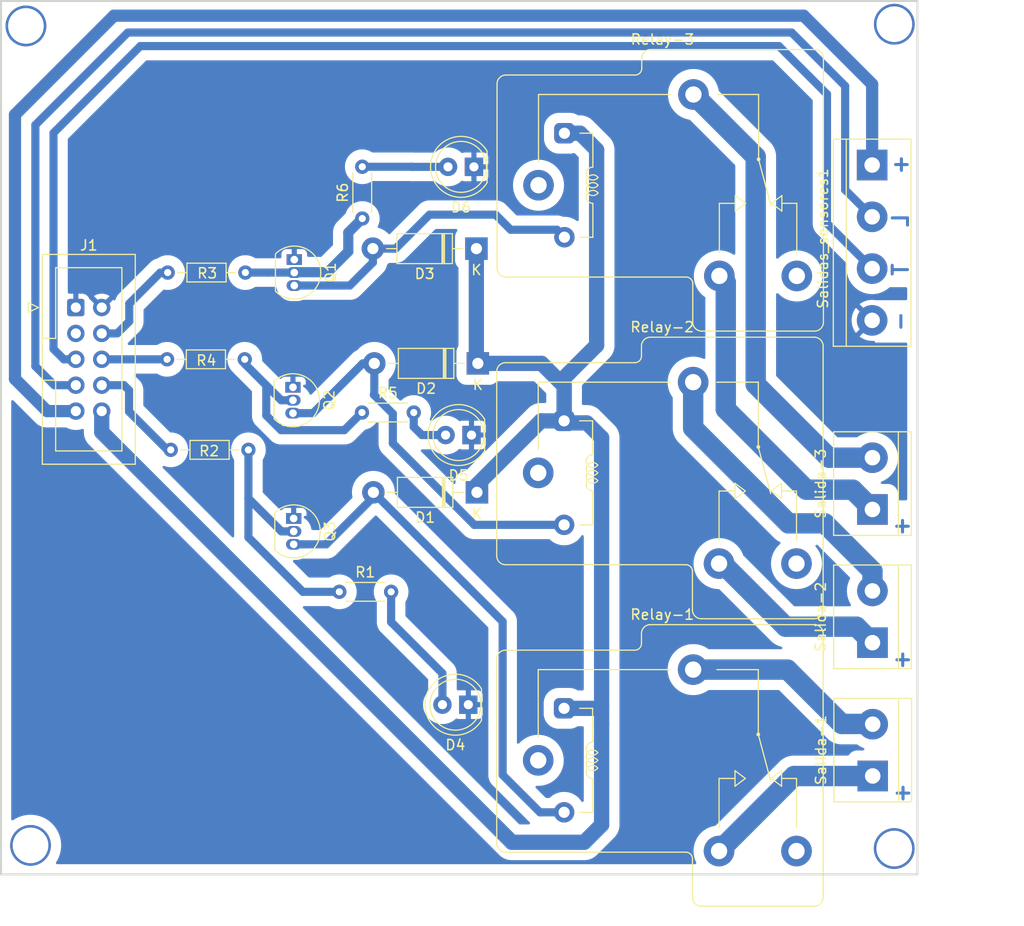
<source format=kicad_pcb>
(kicad_pcb (version 20211014) (generator pcbnew)
  (layers (0 "F.Cu" signal) (31 "B.Cu" signal) (34 "B.Paste" user) (35 "F.Paste" user) (36 "B.SilkS" user "B.Silkscreen") (37 "F.SilkS" user "F.Silkscreen") (38 "B.Mask" user) (39 "F.Mask" user) (44 "Edge.Cuts" user))
  (net 0 "")
  (net 1 "GND")
  (net 2 "Net-(D4-Pad2)")
  (net 3 "+5V")
  (net 4 "Net-(D5-Pad2)")
  (net 5 "+12V")
  (net 6 "Net-(D6-Pad2)")
  (net 8 "Net-(Q1-Pad2)")
  (net 9 "Net-(Q2-Pad2)")
  (net 10 "Net-(Q3-Pad2)")
  (net 11 "Net-(J1-Pad4)")
  (net 12 "Net-(Relay-1-Pad11A)")
  (net 14 "Net-(Relay-2-Pad11A)")
  (net 16 "Net-(Relay-3-Pad11A)")
  (net 18 "Net-(Relay-1-Pad14)")
  (net 19 "Net-(Relay-2-Pad14)")
  (net 20 "Net-(Relay-3-Pad14)")
  (net 21 "Net-(D1-Pad2)")
  (net 22 "Net-(D2-Pad2)")
  (net 23 "Net-(J1-Pad5)")
  (net 24 "Net-(J1-Pad6)")
  (net 25 "Net-(J1-Pad7)")
  (net 26 "Net-(D3-Pad2)")
  (net 27 "Net-(J1-Pad8)")
  (footprint "Resistor_THT:R_Axial_DIN0204_L3.6mm_D1.6mm_P5.08mm_Horizontal" (layer "F.Cu") (at 135.01 109.08)
    (fp_text reference "R1" (at 2.54 -1.92) (layer "F.SilkS"))
    (fp_text value "470")
    (fp_line (start 0.62 0.92) (end 4.46 0.92) (layer "F.SilkS") (width 0.12))
    (fp_line (start 0.62 -0.92) (end 4.46 -0.92) (layer "F.SilkS") (width 0.12))
    (pad "1" thru_hole circle (at 0 0) (size 1.4 1.4) (drill 0.7) (layers *.Cu *.Mask) (net 10 "Net-(Q3-Pad2)"))
    (pad "2" thru_hole oval (at 5.08 0) (size 1.4 1.4) (drill 0.7) (layers *.Cu *.Mask) (net 2 "Net-(D4-Pad2)"))
  )
  (footprint "LED_THT:LED_D5.0mm" (layer "F.Cu") (at 147.665 120.15 180)
    (fp_text reference "D4" (at 1.27 -3.96) (layer "F.SilkS"))
    (fp_text value "LED")
    (fp_line (start -1.29 -1.545) (end -1.29 1.545) (layer "F.SilkS") (width 0.12))
    (fp_arc (start 4.26 -0.000462) (mid 2.072002 2.880433) (end -1.29 1.54483) (layer "F.SilkS") (width 0.12))
    (fp_arc (start -1.29 -1.54483) (mid 2.072002 -2.880433) (end 4.26 0.000462) (layer "F.SilkS") (width 0.12))
    (fp_circle (center 1.27 0) (end 3.77 0) (layer "F.SilkS") (width 0.12) (fill none))
    (pad "1" thru_hole rect (at 0 0 180) (size 1.8 1.8) (drill 0.9) (layers *.Cu *.Mask) (net 1 "GND"))
    (pad "2" thru_hole circle (at 2.54 0 180) (size 1.8 1.8) (drill 0.9) (layers *.Cu *.Mask) (net 2 "Net-(D4-Pad2)"))
  )
  (footprint "Resistor_THT:R_Axial_DIN0204_L3.6mm_D1.6mm_P7.62mm_Horizontal" (layer "F.Cu") (at 125.79 77.76 180)
    (fp_text reference "R3" (at 3.74 -0.07) (layer "F.SilkS"))
    (fp_text value "4k7")
    (fp_line (start 1.89 -0.92) (end 1.89 0.92) (layer "F.SilkS") (width 0.12))
    (fp_line (start 5.73 0.92) (end 5.73 -0.92) (layer "F.SilkS") (width 0.12))
    (fp_line (start 6.68 0) (end 5.73 0) (layer "F.SilkS") (width 0.12))
    (fp_line (start 1.89 0.92) (end 5.73 0.92) (layer "F.SilkS") (width 0.12))
    (fp_line (start 5.73 -0.92) (end 1.89 -0.92) (layer "F.SilkS") (width 0.12))
    (fp_line (start 0.94 0) (end 1.89 0) (layer "F.SilkS") (width 0.12))
    (pad "1" thru_hole circle (at 0 0 180) (size 1.4 1.4) (drill 0.7) (layers *.Cu *.Mask) (net 8 "Net-(Q1-Pad2)"))
    (pad "2" thru_hole oval (at 7.62 0 180) (size 1.4 1.4) (drill 0.7) (layers *.Cu *.Mask) (net 11 "Net-(J1-Pad4)"))
  )
  (footprint "Relay_THT:Relay_SPDT_RAYEX-L90" (layer "F.Cu") (at 154.55 69.19)
    (fp_text reference "Relay-3" (at 12.1666 -14.3) (layer "F.SilkS"))
    (fp_text value "RAYEX-L90")
    (fp_line (start -4.07 -9.94) (end -4.07 8.14) (layer "F.SilkS") (width 0.12))
    (fp_line (start 17.74 6.604) (end 17.74 1.778) (layer "F.SilkS") (width 0.12))
    (fp_line (start 19.304 2.54) (end 20.32 1.778) (layer "F.SilkS") (width 0.12))
    (fp_line (start 5.334 5.1054) (end 4.064 5.1054) (layer "F.SilkS") (width 0.12))
    (fp_line (start 23.876 1.778) (end 25.34 1.778) (layer "F.SilkS") (width 0.12))
    (fp_line (start -3.2 -10.81) (end 9.48 -10.81) (layer "F.SilkS") (width 0.12))
    (fp_line (start 0 -8.9) (end 12.954 -8.9) (layer "F.SilkS") (width 0.12))
    (fp_line (start 0 -8.9) (end 0 -2.286) (layer "F.SilkS") (width 0.12))
    (fp_line (start 15.13 9.66) (end 15.13 13.44) (layer "F.SilkS") (width 0.12))
    (fp_line (start 22.86 1.778) (end 23.876 1.016) (layer "F.SilkS") (width 0.12))
    (fp_line (start 10.13 -12.44) (end 10.13 -11.46) (layer "F.SilkS") (width 0.12))
    (fp_line (start 21.59 -8.9) (end 17.526 -8.9) (layer "F.SilkS") (width 0.12))
    (fp_line (start 25.34 1.778) (end 25.34 6.604) (layer "F.SilkS") (width 0.12))
    (fp_line (start 20.32 1.778) (end 19.304 1.016) (layer "F.SilkS") (width 0.12))
    (fp_line (start 5.334 -1.778) (end 5.334 -5.1054) (layer "F.SilkS") (width 0.12))
    (fp_line (start 17.74 1.778) (end 19.304 1.778) (layer "F.SilkS") (width 0.12))
    (fp_line (start 21.59 -2.54) (end 22.8092 2.032) (layer "F.SilkS") (width 0.12))
    (fp_line (start 23.876 2.54) (end 23.876 1.016) (layer "F.SilkS") (width 0.12))
    (fp_line (start 16 14.31) (end 27.08 14.31) (layer "F.SilkS") (width 0.12))
    (fp_line (start 11 -13.31) (end 27.08 -13.31) (layer "F.SilkS") (width 0.12))
    (fp_line (start 5.334002 5.105397) (end 5.334002 1.777997) (layer "F.SilkS") (width 0.12))
    (fp_line (start 21.59 -2.54) (end 21.59 -8.9) (layer "F.SilkS") (width 0.12))
    (fp_line (start 27.95 -12.44) (end 27.95 13.44) (layer "F.SilkS") (width 0.12))
    (fp_line (start 19.304 1.016) (end 19.304 2.54) (layer "F.SilkS") (width 0.12))
    (fp_line (start 23.876 2.54) (end 22.86 1.778) (layer "F.SilkS") (width 0.12))
    (fp_line (start -3.2 9.01) (end 14.48 9.01) (layer "F.SilkS") (width 0.12))
    (fp_line (start 4.064 -5.1054) (end 5.334 -5.1054) (layer "F.SilkS") (width 0.12))
    (fp_arc (start 5.842266 0.761644) (mid 4.699001 0.381223) (end 5.842001 -0.000002) (layer "F.SilkS") (width 0.12))
    (fp_arc (start 10.13 -12.44) (mid 10.384817 -13.055183) (end 11 -13.31) (layer "F.SilkS") (width 0.12))
    (fp_arc (start 5.8418 -0.761733) (mid 4.765964 -0.859168) (end 5.334 -1.778) (layer "F.SilkS") (width 0.12))
    (fp_arc (start -4.07 -9.94) (mid -3.815183 -10.555183) (end -3.2 -10.81) (layer "F.SilkS") (width 0.12))
    (fp_arc (start 10.13 -11.46) (mid 9.939619 -11.000381) (end 9.48 -10.81) (layer "F.SilkS") (width 0.12))
    (fp_arc (start 14.48 9.01) (mid 14.939619 9.200381) (end 15.13 9.66) (layer "F.SilkS") (width 0.12))
    (fp_arc (start -3.2 9.01) (mid -3.815183 8.755183) (end -4.07 8.14) (layer "F.SilkS") (width 0.12))
    (fp_arc (start 16 14.31) (mid 15.384817 14.055183) (end 15.13 13.44) (layer "F.SilkS") (width 0.12))
    (fp_arc (start 27.08 -13.31) (mid 27.695183 -13.055183) (end 27.95 -12.44) (layer "F.SilkS") (width 0.12))
    (fp_arc (start 5.334002 1.777997) (mid 4.765966 0.859171) (end 5.841802 0.76173) (layer "F.SilkS") (width 0.12))
    (fp_arc (start 5.842265 -0.000355) (mid 4.699001 -0.380778) (end 5.842 -0.762001) (layer "F.SilkS") (width 0.12))
    (fp_arc (start 27.95 13.44) (mid 27.695183 14.055183) (end 27.08 14.31) (layer "F.SilkS") (width 0.12))
    (fp_circle (center 21.59 -2.54) (end 21.59 -2.413) (layer "F.SilkS") (width 0.12) (fill none))
    (pad "11A" thru_hole circle (at 0 0 180) (size 3 3) (drill 1.6) (layers *.Cu *.Mask) (net 16 "Net-(Relay-3-Pad11A)"))
    (pad "11B" thru_hole circle (at 15.2 -8.9 180) (size 3 3) (drill 1.6) (layers *.Cu *.Mask) (net 16 "Net-(Relay-3-Pad11A)"))
    (pad "12" thru_hole circle (at 25.34 8.9 180) (size 3 3) (drill 1.6) (layers *.Cu *.Mask))
    (pad "14" thru_hole circle (at 17.74 8.9 180) (size 3 3) (drill 1.6) (layers *.Cu *.Mask) (net 20 "Net-(Relay-3-Pad14)"))
    (pad "A1" thru_hole roundrect (at 2.54 -5.1 180) (size 2 2) (drill 1.1) (layers *.Cu *.Mask) (net 5 "+12V"))
    (pad "A2" thru_hole circle (at 2.54 5.1 180) (size 2 2) (drill 1.1) (layers *.Cu *.Mask) (net 26 "Net-(D3-Pad2)"))
  )
  (footprint "Connector_IDC:IDC-Header_2x05_P2.54mm_Vertical" (layer "F.Cu") (at 109.16 81.19)
    (fp_text reference "J1" (at 1.27 -6.1) (layer "F.SilkS"))
    (fp_text value "Conn_02x05_Odd_Even")
    (fp_line (start -1.98 3.03) (end -1.98 -3.91) (layer "F.SilkS") (width 0.12))
    (fp_line (start 5.83 15.37) (end -3.29 15.37) (layer "F.SilkS") (width 0.12))
    (fp_line (start -4.68 0.5) (end -3.68 0) (layer "F.SilkS") (width 0.12))
    (fp_line (start -1.98 14.07) (end -1.98 7.13) (layer "F.SilkS") (width 0.12))
    (fp_line (start -4.68 -0.5) (end -4.68 0.5) (layer "F.SilkS") (width 0.12))
    (fp_line (start -3.68 0) (end -4.68 -0.5) (layer "F.SilkS") (width 0.12))
    (fp_line (start -1.98 -3.91) (end 4.52 -3.91) (layer "F.SilkS") (width 0.12))
    (fp_line (start 5.83 -5.21) (end 5.83 15.37) (layer "F.SilkS") (width 0.12))
    (fp_line (start -3.29 15.37) (end -3.29 -5.21) (layer "F.SilkS") (width 0.12))
    (fp_line (start -3.29 -5.21) (end 5.83 -5.21) (layer "F.SilkS") (width 0.12))
    (fp_line (start -1.98 7.13) (end -3.29 7.13) (layer "F.SilkS") (width 0.12))
    (fp_line (start 4.52 14.07) (end -1.98 14.07) (layer "F.SilkS") (width 0.12))
    (fp_line (start -3.29 3.03) (end -1.98 3.03) (layer "F.SilkS") (width 0.12))
    (fp_line (start -1.98 7.13) (end -1.98 7.13) (layer "F.SilkS") (width 0.12))
    (fp_line (start 4.52 -3.91) (end 4.52 14.07) (layer "F.SilkS") (width 0.12))
    (pad "1" thru_hole roundrect (at 0 0) (size 1.7 1.7) (drill 1) (layers *.Cu *.Mask) (roundrect_rratio 0.147059) (net 1 "GND"))
    (pad "2" thru_hole circle (at 2.54 0) (size 1.7 1.7) (drill 1) (layers *.Cu *.Mask) (net 1 "GND"))
    (pad "3" thru_hole circle (at 0 2.54) (size 1.7 1.7) (drill 1) (layers *.Cu *.Mask))
    (pad "4" thru_hole circle (at 2.54 2.54) (size 1.7 1.7) (drill 1) (layers *.Cu *.Mask) (net 11 "Net-(J1-Pad4)"))
    (pad "5" thru_hole circle (at 0 5.08) (size 1.7 1.7) (drill 1) (layers *.Cu *.Mask) (net 23 "Net-(J1-Pad5)"))
    (pad "6" thru_hole circle (at 2.54 5.08) (size 1.7 1.7) (drill 1) (layers *.Cu *.Mask) (net 24 "Net-(J1-Pad6)"))
    (pad "7" thru_hole circle (at 0 7.62) (size 1.7 1.7) (drill 1) (layers *.Cu *.Mask) (net 25 "Net-(J1-Pad7)"))
    (pad "8" thru_hole circle (at 2.54 7.62) (size 1.7 1.7) (drill 1) (layers *.Cu *.Mask) (net 27 "Net-(J1-Pad8)"))
    (pad "9" thru_hole circle (at 0 10.16) (size 1.7 1.7) (drill 1) (layers *.Cu *.Mask) (net 3 "+5V"))
    (pad "10" thru_hole circle (at 2.54 10.16) (size 1.7 1.7) (drill 1) (layers *.Cu *.Mask) (net 5 "+12V"))
  )
  (footprint "Diode_THT:D_DO-41_SOD81_P10.16mm_Horizontal" (layer "F.Cu") (at 148.6 86.67 180)
    (fp_text reference "D2" (at 5.08 -2.47) (layer "F.SilkS"))
    (fp_text value "1N4007")
    (fp_text user "K" (at 0 -2.1) (layer "F.SilkS"))
    (fp_line (start 1.34 0) (end 2.36 0) (layer "F.SilkS") (width 0.12))
    (fp_line (start 2.36 1.47) (end 7.8 1.47) (layer "F.SilkS") (width 0.12))
    (fp_line (start 7.8 1.47) (end 7.8 -1.47) (layer "F.SilkS") (width 0.12))
    (fp_line (start 2.36 -1.47) (end 2.36 1.47) (layer "F.SilkS") (width 0.12))
    (fp_line (start 7.8 -1.47) (end 2.36 -1.47) (layer "F.SilkS") (width 0.12))
    (fp_line (start 3.38 -1.47) (end 3.38 1.47) (layer "F.SilkS") (width 0.12))
    (fp_line (start 3.14 -1.47) (end 3.14 1.47) (layer "F.SilkS") (width 0.12))
    (fp_line (start 3.26 -1.47) (end 3.26 1.47) (layer "F.SilkS") (width 0.12))
    (fp_line (start 8.82 0) (end 7.8 0) (layer "F.SilkS") (width 0.12))
    (pad "1" thru_hole rect (at 0 0 180) (size 2.2 2.2) (drill 1.1) (layers *.Cu *.Mask) (net 5 "+12V"))
    (pad "2" thru_hole oval (at 10.16 0 180) (size 2.2 2.2) (drill 1.1) (layers *.Cu *.Mask) (net 22 "Net-(D2-Pad2)"))
  )
  (footprint "LED_THT:LED_D5.0mm" (layer "F.Cu") (at 148.215 67.39 180)
    (fp_text reference "D6" (at 1.27 -3.96) (layer "F.SilkS"))
    (fp_text value "LED")
    (fp_line (start -1.29 -1.545) (end -1.29 1.545) (layer "F.SilkS") (width 0.12))
    (fp_arc (start 4.26 -0.000462) (mid 2.072002 2.880433) (end -1.29 1.54483) (layer "F.SilkS") (width 0.12))
    (fp_arc (start -1.29 -1.54483) (mid 2.072002 -2.880433) (end 4.26 0.000462) (layer "F.SilkS") (width 0.12))
    (fp_circle (center 1.27 0) (end 3.77 0) (layer "F.SilkS") (width 0.12) (fill none))
    (pad "1" thru_hole rect (at 0 0 180) (size 1.8 1.8) (drill 0.9) (layers *.Cu *.Mask) (net 1 "GND"))
    (pad "2" thru_hole circle (at 2.54 0 180) (size 1.8 1.8) (drill 0.9) (layers *.Cu *.Mask) (net 6 "Net-(D6-Pad2)"))
  )
  (footprint "TerminalBlock:TerminalBlock_bornier-4_P5.08mm" (layer "F.Cu") (at 187.28 67.21 -90)
    (fp_text reference "Salidas_sensores1" (at 7.205 4.835 90) (layer "F.SilkS"))
    (fp_text value "Conn_01x04")
    (fp_line (start -2.54 -3.81) (end -2.54 3.81) (layer "F.SilkS") (width 0.12))
    (fp_line (start -2.54 -3.81) (end 17.78 -3.81) (layer "F.SilkS") (width 0.12))
    (fp_line (start -2.54 3.81) (end 17.78 3.81) (layer "F.SilkS") (width 0.12))
    (fp_line (start 17.78 2.54) (end -2.54 2.54) (layer "F.SilkS") (width 0.12))
    (fp_line (start 17.78 3.81) (end 17.78 -3.81) (layer "F.SilkS") (width 0.12))
    (pad "1" thru_hole rect (at 0 0 270) (size 3 3) (drill 1.52) (layers *.Cu *.Mask) (net 3 "+5V"))
    (pad "2" thru_hole circle (at 5.08 0 270) (size 3 3) (drill 1.52) (layers *.Cu *.Mask) (net 25 "Net-(J1-Pad7)"))
    (pad "3" thru_hole circle (at 10.16 0 270) (size 3 3) (drill 1.52) (layers *.Cu *.Mask) (net 23 "Net-(J1-Pad5)"))
    (pad "4" thru_hole circle (at 15.24 0 270) (size 3 3) (drill 1.52) (layers *.Cu *.Mask) (net 1 "GND"))
  )
  (footprint "TerminalBlock:TerminalBlock_bornier-2_P5.08mm" (layer "F.Cu") (at 187.31 101 90)
    (fp_text reference "Salida-3" (at 2.54 -5.08 90) (layer "F.SilkS"))
    (fp_text value "Conn_01x02")
    (fp_line (start 7.62 3.81) (end 7.62 -3.81) (layer "F.SilkS") (width 0.12))
    (fp_line (start -2.54 3.81) (end 7.62 3.81) (layer "F.SilkS") (width 0.12))
    (fp_line (start 7.62 2.54) (end -2.54 2.54) (layer "F.SilkS") (width 0.12))
    (fp_line (start 7.62 -3.81) (end -2.54 -3.81) (layer "F.SilkS") (width 0.12))
    (fp_line (start -2.54 -3.81) (end -2.54 3.81) (layer "F.SilkS") (width 0.12))
    (pad "1" thru_hole rect (at 0 0 90) (size 3 3) (drill 1.52) (layers *.Cu *.Mask) (net 20 "Net-(Relay-3-Pad14)"))
    (pad "2" thru_hole circle (at 5.08 0 90) (size 3 3) (drill 1.52) (layers *.Cu *.Mask) (net 16 "Net-(Relay-3-Pad11A)"))
  )
  (footprint "Package_TO_SOT_THT:TO-92_Inline" (layer "F.Cu") (at 130.59 76.49 -90)
    (fp_text reference "Q1" (at 1.27 -3.56 90) (layer "F.SilkS"))
    (fp_text value "PN2222A")
    (fp_line (start -0.53 1.85) (end 3.07 1.85) (layer "F.SilkS") (width 0.12))
    (fp_arc (start 1.27 -2.6) (mid 3.672087 -0.994977) (end 3.108478 1.838478) (layer "F.SilkS") (width 0.12))
    (fp_arc (start -0.568478 1.838478) (mid -1.132087 -0.994977) (end 1.27 -2.6) (layer "F.SilkS") (width 0.12))
    (pad "1" thru_hole rect (at 0 0 270) (size 1.05 1.5) (drill 0.75) (layers *.Cu *.Mask) (net 1 "GND"))
    (pad "2" thru_hole oval (at 1.27 0 270) (size 1.05 1.5) (drill 0.75) (layers *.Cu *.Mask) (net 8 "Net-(Q1-Pad2)"))
    (pad "3" thru_hole oval (at 2.54 0 270) (size 1.05 1.5) (drill 0.75) (layers *.Cu *.Mask) (net 26 "Net-(D3-Pad2)"))
  )
  (footprint "Package_TO_SOT_THT:TO-92_Inline" (layer "F.Cu") (at 130.46 89.013832 -90)
    (fp_text reference "Q2" (at 1.27 -3.56 90) (layer "F.SilkS"))
    (fp_text value "PN2222A")
    (fp_line (start -0.53 1.85) (end 3.07 1.85) (layer "F.SilkS") (width 0.12))
    (fp_arc (start -0.568478 1.838478) (mid -1.132087 -0.994977) (end 1.27 -2.6) (layer "F.SilkS") (width 0.12))
    (fp_arc (start 1.27 -2.6) (mid 3.672087 -0.994977) (end 3.108478 1.838478) (layer "F.SilkS") (width 0.12))
    (pad "1" thru_hole rect (at 0 0 270) (size 1.05 1.5) (drill 0.75) (layers *.Cu *.Mask) (net 1 "GND"))
    (pad "2" thru_hole oval (at 1.27 0 270) (size 1.05 1.5) (drill 0.75) (layers *.Cu *.Mask) (net 9 "Net-(Q2-Pad2)"))
    (pad "3" thru_hole oval (at 2.54 0 270) (size 1.05 1.5) (drill 0.75) (layers *.Cu *.Mask) (net 22 "Net-(D2-Pad2)"))
  )
  (footprint "Diode_THT:D_DO-41_SOD81_P10.16mm_Horizontal" (layer "F.Cu") (at 148.46 75.41 180)
    (fp_text reference "D3" (at 5.08 -2.47) (layer "F.SilkS"))
    (fp_text value "1N4007")
    (fp_text user "K" (at 0 -2.1) (layer "F.SilkS"))
    (fp_line (start 3.26 -1.47) (end 3.26 1.47) (layer "F.SilkS") (width 0.12))
    (fp_line (start 8.82 0) (end 7.8 0) (layer "F.SilkS") (width 0.12))
    (fp_line (start 7.8 -1.47) (end 2.36 -1.47) (layer "F.SilkS") (width 0.12))
    (fp_line (start 2.36 -1.47) (end 2.36 1.47) (layer "F.SilkS") (width 0.12))
    (fp_line (start 1.34 0) (end 2.36 0) (layer "F.SilkS") (width 0.12))
    (fp_line (start 3.38 -1.47) (end 3.38 1.47) (layer "F.SilkS") (width 0.12))
    (fp_line (start 7.8 1.47) (end 7.8 -1.47) (layer "F.SilkS") (width 0.12))
    (fp_line (start 3.14 -1.47) (end 3.14 1.47) (layer "F.SilkS") (width 0.12))
    (fp_line (start 2.36 1.47) (end 7.8 1.47) (layer "F.SilkS") (width 0.12))
    (pad "1" thru_hole rect (at 0 0 180) (size 2.2 2.2) (drill 1.1) (layers *.Cu *.Mask) (net 5 "+12V"))
    (pad "2" thru_hole oval (at 10.16 0 180) (size 2.2 2.2) (drill 1.1) (layers *.Cu *.Mask) (net 26 "Net-(D3-Pad2)"))
  )
  (footprint "TerminalBlock:TerminalBlock_bornier-2_P5.08mm" (layer "F.Cu") (at 187.31 114.07 90)
    (fp_text reference "Salida-2" (at 2.54 -5.08 90) (layer "F.SilkS"))
    (fp_text value "Conn_01x02")
    (fp_line (start 7.62 3.81) (end 7.62 -3.81) (layer "F.SilkS") (width 0.12))
    (fp_line (start 7.62 -3.81) (end -2.54 -3.81) (layer "F.SilkS") (width 0.12))
    (fp_line (start 7.62 2.54) (end -2.54 2.54) (layer "F.SilkS") (width 0.12))
    (fp_line (start -2.54 3.81) (end 7.62 3.81) (layer "F.SilkS") (width 0.12))
    (fp_line (start -2.54 -3.81) (end -2.54 3.81) (layer "F.SilkS") (width 0.12))
    (pad "1" thru_hole rect (at 0 0 90) (size 3 3) (drill 1.52) (layers *.Cu *.Mask) (net 19 "Net-(Relay-2-Pad14)"))
    (pad "2" thru_hole circle (at 5.08 0 90) (size 3 3) (drill 1.52) (layers *.Cu *.Mask) (net 14 "Net-(Relay-2-Pad11A)"))
  )
  (footprint "Package_TO_SOT_THT:TO-92_Inline" (layer "F.Cu") (at 130.53 101.88 -90)
    (fp_text reference "Q3" (at 1.27 -3.56 90) (layer "F.SilkS"))
    (fp_text value "PN2222A")
    (fp_line (start -0.53 1.85) (end 3.07 1.85) (layer "F.SilkS") (width 0.12))
    (fp_arc (start 1.27 -2.6) (mid 3.672087 -0.994977) (end 3.108478 1.838478) (layer "F.SilkS") (width 0.12))
    (fp_arc (start -0.568478 1.838478) (mid -1.132087 -0.994977) (end 1.27 -2.6) (layer "F.SilkS") (width 0.12))
    (pad "1" thru_hole rect (at 0 0 270) (size 1.05 1.5) (drill 0.75) (layers *.Cu *.Mask) (net 1 "GND"))
    (pad "2" thru_hole oval (at 1.27 0 270) (size 1.05 1.5) (drill 0.75) (layers *.Cu *.Mask) (net 10 "Net-(Q3-Pad2)"))
    (pad "3" thru_hole oval (at 2.54 0 270) (size 1.05 1.5) (drill 0.75) (layers *.Cu *.Mask) (net 21 "Net-(D1-Pad2)"))
  )
  (footprint "TerminalBlock:TerminalBlock_bornier-2_P5.08mm" (layer "F.Cu") (at 187.335 127.145 90)
    (fp_text reference "Salida-1" (at 2.54 -5.08 90) (layer "F.SilkS"))
    (fp_text value "Conn_01x02")
    (fp_line (start -2.54 3.81) (end 7.62 3.81) (layer "F.SilkS") (width 0.12))
    (fp_line (start 7.62 -3.81) (end -2.54 -3.81) (layer "F.SilkS") (width 0.12))
    (fp_line (start 7.62 3.81) (end 7.62 -3.81) (layer "F.SilkS") (width 0.12))
    (fp_line (start -2.54 -3.81) (end -2.54 3.81) (layer "F.SilkS") (width 0.12))
    (fp_line (start 7.62 2.54) (end -2.54 2.54) (layer "F.SilkS") (width 0.12))
    (pad "1" thru_hole rect (at 0 0 90) (size 3 3) (drill 1.52) (layers *.Cu *.Mask) (net 18 "Net-(Relay-1-Pad14)"))
    (pad "2" thru_hole circle (at 5.08 0 90) (size 3 3) (drill 1.52) (layers *.Cu *.Mask) (net 12 "Net-(Relay-1-Pad11A)"))
  )
  (footprint "Relay_THT:Relay_SPDT_RAYEX-L90" (layer "F.Cu") (at 154.52 97.41)
    (fp_text reference "Relay-2" (at 12.1666 -14.3) (layer "F.SilkS"))
    (fp_text value "RAYEX-L90")
    (fp_line (start 5.334 -1.778) (end 5.334 -5.1054) (layer "F.SilkS") (width 0.12))
    (fp_line (start -4.07 -9.94) (end -4.07 8.14) (layer "F.SilkS") (width 0.12))
    (fp_line (start 16 14.31) (end 27.08 14.31) (layer "F.SilkS") (width 0.12))
    (fp_line (start 21.59 -8.9) (end 17.526 -8.9) (layer "F.SilkS") (width 0.12))
    (fp_line (start 23.876 2.54) (end 22.86 1.778) (layer "F.SilkS") (width 0.12))
    (fp_line (start 23.876 2.54) (end 23.876 1.016) (layer "F.SilkS") (width 0.12))
    (fp_line (start 17.74 1.778) (end 19.304 1.778) (layer "F.SilkS") (width 0.12))
    (fp_line (start 10.13 -12.44) (end 10.13 -11.46) (layer "F.SilkS") (width 0.12))
    (fp_line (start 15.13 9.66) (end 15.13 13.44) (layer "F.SilkS") (width 0.12))
    (fp_line (start 21.59 -2.54) (end 21.59 -8.9) (layer "F.SilkS") (width 0.12))
    (fp_line (start -3.2 9.01) (end 14.48 9.01) (layer "F.SilkS") (width 0.12))
    (fp_line (start 22.86 1.778) (end 23.876 1.016) (layer "F.SilkS") (width 0.12))
    (fp_line (start 27.95 -12.44) (end 27.95 13.44) (layer "F.SilkS") (width 0.12))
    (fp_line (start 25.34 1.778) (end 25.34 6.604) (layer "F.SilkS") (width 0.12))
    (fp_line (start 5.334 5.1054) (end 4.064 5.1054) (layer "F.SilkS") (width 0.12))
    (fp_line (start 4.064 -5.1054) (end 5.334 -5.1054) (layer "F.SilkS") (width 0.12))
    (fp_line (start 19.304 1.016) (end 19.304 2.54) (layer "F.SilkS") (width 0.12))
    (fp_line (start -3.2 -10.81) (end 9.48 -10.81) (layer "F.SilkS") (width 0.12))
    (fp_line (start 0 -8.9) (end 0 -2.286) (layer "F.SilkS") (width 0.12))
    (fp_line (start 0 -8.9) (end 12.954 -8.9) (layer "F.SilkS") (width 0.12))
    (fp_line (start 11 -13.31) (end 27.08 -13.31) (layer "F.SilkS") (width 0.12))
    (fp_line (start 5.334002 5.105397) (end 5.334002 1.777997) (layer "F.SilkS") (width 0.12))
    (fp_line (start 20.32 1.778) (end 19.304 1.016) (layer "F.SilkS") (width 0.12))
    (fp_line (start 23.876 1.778) (end 25.34 1.778) (layer "F.SilkS") (width 0.12))
    (fp_line (start 19.304 2.54) (end 20.32 1.778) (layer "F.SilkS") (width 0.12))
    (fp_line (start 21.59 -2.54) (end 22.8092 2.032) (layer "F.SilkS") (width 0.12))
    (fp_line (start 17.74 6.604) (end 17.74 1.778) (layer "F.SilkS") (width 0.12))
    (fp_arc (start 5.8418 -0.761733) (mid 4.765964 -0.859168) (end 5.334 -1.778) (layer "F.SilkS") (width 0.12))
    (fp_arc (start 5.842265 -0.000355) (mid 4.699001 -0.380778) (end 5.842 -0.762001) (layer "F.SilkS") (width 0.12))
    (fp_arc (start 5.842266 0.761644) (mid 4.699001 0.381223) (end 5.842001 -0.000002) (layer "F.SilkS") (width 0.12))
    (fp_arc (start 27.08 -13.31) (mid 27.695183 -13.055183) (end 27.95 -12.44) (layer "F.SilkS") (width 0.12))
    (fp_arc (start 16 14.31) (mid 15.384817 14.055183) (end 15.13 13.44) (layer "F.SilkS") (width 0.12))
    (fp_arc (start 27.95 13.44) (mid 27.695183 14.055183) (end 27.08 14.31) (layer "F.SilkS") (width 0.12))
    (fp_arc (start -4.07 -9.94) (mid -3.815183 -10.555183) (end -3.2 -10.81) (layer "F.SilkS") (width 0.12))
    (fp_arc (start 10.13 -11.46) (mid 9.939619 -11.000381) (end 9.48 -10.81) (layer "F.SilkS") (width 0.12))
    (fp_arc (start 5.334002 1.777997) (mid 4.765966 0.859171) (end 5.841802 0.76173) (layer "F.SilkS") (width 0.12))
    (fp_arc (start -3.2 9.01) (mid -3.815183 8.755183) (end -4.07 8.14) (layer "F.SilkS") (width 0.12))
    (fp_arc (start 10.13 -12.44) (mid 10.384817 -13.055183) (end 11 -13.31) (layer "F.SilkS") (width 0.12))
    (fp_arc (start 14.48 9.01) (mid 14.939619 9.200381) (end 15.13 9.66) (layer "F.SilkS") (width 0.12))
    (fp_circle (center 21.59 -2.54) (end 21.59 -2.413) (layer "F.SilkS") (width 0.12) (fill none))
    (pad "11A" thru_hole circle (at 0 0 180) (size 3 3) (drill 1.6) (layers *.Cu *.Mask) (net 14 "Net-(Relay-2-Pad11A)"))
    (pad "11B" thru_hole circle (at 15.2 -8.9 180) (size 3 3) (drill 1.6) (layers *.Cu *.Mask) (net 14 "Net-(Relay-2-Pad11A)"))
    (pad "12" thru_hole circle (at 25.34 8.9 180) (size 3 3) (drill 1.6) (layers *.Cu *.Mask))
    (pad "14" thru_hole circle (at 17.74 8.9 180) (size 3 3) (drill 1.6) (layers *.Cu *.Mask) (net 19 "Net-(Relay-2-Pad14)"))
    (pad "A1" thru_hole roundrect (at 2.54 -5.1 180) (size 2 2) (drill 1.1) (layers *.Cu *.Mask) (net 5 "+12V"))
    (pad "A2" thru_hole circle (at 2.54 5.1 180) (size 2 2) (drill 1.1) (layers *.Cu *.Mask) (net 22 "Net-(D2-Pad2)"))
  )
  (footprint "LED_THT:LED_D5.0mm" (layer "F.Cu") (at 147.975 93.7 180)
    (fp_text reference "D5" (at 1.27 -3.96) (layer "F.SilkS"))
    (fp_text value "LED")
    (fp_line (start -1.29 -1.545) (end -1.29 1.545) (layer "F.SilkS") (width 0.12))
    (fp_arc (start 4.26 -0.000462) (mid 2.072002 2.880433) (end -1.29 1.54483) (layer "F.SilkS") (width 0.12))
    (fp_arc (start -1.29 -1.54483) (mid 2.072002 -2.880433) (end 4.26 0.000462) (layer "F.SilkS") (width 0.12))
    (fp_circle (center 1.27 0) (end 3.77 0) (layer "F.SilkS") (width 0.12) (fill none))
    (pad "1" thru_hole rect (at 0 0 180) (size 1.8 1.8) (drill 0.9) (layers *.Cu *.Mask) (net 1 "GND"))
    (pad "2" thru_hole circle (at 2.54 0 180) (size 1.8 1.8) (drill 0.9) (layers *.Cu *.Mask) (net 4 "Net-(D5-Pad2)"))
  )
  (footprint "Resistor_THT:R_Axial_DIN0204_L3.6mm_D1.6mm_P7.62mm_Horizontal" (layer "F.Cu") (at 126.09 95.15 180)
    (fp_text reference "R2" (at 3.85 -0.12) (layer "F.SilkS"))
    (fp_text value "4k7")
    (fp_line (start 5.73 -0.92) (end 1.89 -0.92) (layer "F.SilkS") (width 0.12))
    (fp_line (start 1.89 0.92) (end 5.73 0.92) (layer "F.SilkS") (width 0.12))
    (fp_line (start 1.89 -0.92) (end 1.89 0.92) (layer "F.SilkS") (width 0.12))
    (fp_line (start 6.68 0) (end 5.73 0) (layer "F.SilkS") (width 0.12))
    (fp_line (start 5.73 0.92) (end 5.73 -0.92) (layer "F.SilkS") (width 0.12))
    (fp_line (start 0.94 0) (end 1.89 0) (layer "F.SilkS") (width 0.12))
    (pad "1" thru_hole circle (at 0 0 180) (size 1.4 1.4) (drill 0.7) (layers *.Cu *.Mask) (net 10 "Net-(Q3-Pad2)"))
    (pad "2" thru_hole oval (at 7.62 0 180) (size 1.4 1.4) (drill 0.7) (layers *.Cu *.Mask) (net 27 "Net-(J1-Pad8)"))
  )
  (footprint "Relay_THT:Relay_SPDT_RAYEX-L90" (layer "F.Cu") (at 154.52 125.61)
    (fp_text reference "Relay-1" (at 12.1666 -14.3) (layer "F.SilkS"))
    (fp_text value "RAYEX-L90")
    (fp_line (start 16 14.31) (end 27.08 14.31) (layer "F.SilkS") (width 0.12))
    (fp_line (start 21.59 -8.9) (end 17.526 -8.9) (layer "F.SilkS") (width 0.12))
    (fp_line (start 5.334 -1.778) (end 5.334 -5.1054) (layer "F.SilkS") (width 0.12))
    (fp_line (start 5.334 5.1054) (end 4.064 5.1054) (layer "F.SilkS") (width 0.12))
    (fp_line (start 21.59 -2.54) (end 21.59 -8.9) (layer "F.SilkS") (width 0.12))
    (fp_line (start 11 -13.31) (end 27.08 -13.31) (layer "F.SilkS") (width 0.12))
    (fp_line (start 19.304 2.54) (end 20.32 1.778) (layer "F.SilkS") (width 0.12))
    (fp_line (start 10.13 -12.44) (end 10.13 -11.46) (layer "F.SilkS") (width 0.12))
    (fp_line (start 4.064 -5.1054) (end 5.334 -5.1054) (layer "F.SilkS") (width 0.12))
    (fp_line (start 0 -8.9) (end 12.954 -8.9) (layer "F.SilkS") (width 0.12))
    (fp_line (start 0 -8.9) (end 0 -2.286) (layer "F.SilkS") (width 0.12))
    (fp_line (start 23.876 1.778) (end 25.34 1.778) (layer "F.SilkS") (width 0.12))
    (fp_line (start 22.86 1.778) (end 23.876 1.016) (layer "F.SilkS") (width 0.12))
    (fp_line (start 5.334002 5.105397) (end 5.334002 1.777997) (layer "F.SilkS") (width 0.12))
    (fp_line (start -3.2 -10.81) (end 9.48 -10.81) (layer "F.SilkS") (width 0.12))
    (fp_line (start 21.59 -2.54) (end 22.8092 2.032) (layer "F.SilkS") (width 0.12))
    (fp_line (start 15.13 9.66) (end 15.13 13.44) (layer "F.SilkS") (width 0.12))
    (fp_line (start 25.34 1.778) (end 25.34 6.604) (layer "F.SilkS") (width 0.12))
    (fp_line (start 20.32 1.778) (end 19.304 1.016) (layer "F.SilkS") (width 0.12))
    (fp_line (start 19.304 1.016) (end 19.304 2.54) (layer "F.SilkS") (width 0.12))
    (fp_line (start 23.876 2.54) (end 22.86 1.778) (layer "F.SilkS") (width 0.12))
    (fp_line (start 17.74 6.604) (end 17.74 1.778) (layer "F.SilkS") (width 0.12))
    (fp_line (start -4.07 -9.94) (end -4.07 8.14) (layer "F.SilkS") (width 0.12))
    (fp_line (start 27.95 -12.44) (end 27.95 13.44) (layer "F.SilkS") (width 0.12))
    (fp_line (start 23.876 2.54) (end 23.876 1.016) (layer "F.SilkS") (width 0.12))
    (fp_line (start -3.2 9.01) (end 14.48 9.01) (layer "F.SilkS") (width 0.12))
    (fp_line (start 17.74 1.778) (end 19.304 1.778) (layer "F.SilkS") (width 0.12))
    (fp_arc (start 16 14.31) (mid 15.384817 14.055183) (end 15.13 13.44) (layer "F.SilkS") (width 0.12))
    (fp_arc (start 14.48 9.01) (mid 14.939619 9.200381) (end 15.13 9.66) (layer "F.SilkS") (width 0.12))
    (fp_arc (start -4.07 -9.94) (mid -3.815183 -10.555183) (end -3.2 -10.81) (layer "F.SilkS") (width 0.12))
    (fp_arc (start 5.8418 -0.761733) (mid 4.765964 -0.859168) (end 5.334 -1.778) (layer "F.SilkS") (width 0.12))
    (fp_arc (start 10.13 -12.44) (mid 10.384817 -13.055183) (end 11 -13.31) (layer "F.SilkS") (width 0.12))
    (fp_arc (start 5.334002 1.777997) (mid 4.765966 0.859171) (end 5.841802 0.76173) (layer "F.SilkS") (width 0.12))
    (fp_arc (start 27.95 13.44) (mid 27.695183 14.055183) (end 27.08 14.31) (layer "F.SilkS") (width 0.12))
    (fp_arc (start 5.842265 -0.000355) (mid 4.699001 -0.380778) (end 5.842 -0.762001) (layer "F.SilkS") (width 0.12))
    (fp_arc (start 5.842266 0.761644) (mid 4.699001 0.381223) (end 5.842001 -0.000002) (layer "F.SilkS") (width 0.12))
    (fp_arc (start 10.13 -11.46) (mid 9.939619 -11.000381) (end 9.48 -10.81) (layer "F.SilkS") (width 0.12))
    (fp_arc (start -3.2 9.01) (mid -3.815183 8.755183) (end -4.07 8.14) (layer "F.SilkS") (width 0.12))
    (fp_arc (start 27.08 -13.31) (mid 27.695183 -13.055183) (end 27.95 -12.44) (layer "F.SilkS") (width 0.12))
    (fp_circle (center 21.59 -2.54) (end 21.59 -2.413) (layer "F.SilkS") (width 0.12) (fill none))
    (pad "11A" thru_hole circle (at 0 0 180) (size 3 3) (drill 1.6) (layers *.Cu *.Mask) (net 12 "Net-(Relay-1-Pad11A)"))
    (pad "11B" thru_hole circle (at 15.2 -8.9 180) (size 3 3) (drill 1.6) (layers *.Cu *.Mask) (net 12 "Net-(Relay-1-Pad11A)"))
    (pad "12" thru_hole circle (at 25.34 8.9 180) (size 3 3) (drill 1.6) (layers *.Cu *.Mask))
    (pad "14" thru_hole circle (at 17.74 8.9 180) (size 3 3) (drill 1.6) (layers *.Cu *.Mask) (net 18 "Net-(Relay-1-Pad14)"))
    (pad "A1" thru_hole roundrect (at 2.54 -5.1 180) (size 2 2) (drill 1.1) (layers *.Cu *.Mask) (net 5 "+12V"))
    (pad "A2" thru_hole circle (at 2.54 5.1 180) (size 2 2) (drill 1.1) (layers *.Cu *.Mask) (net 21 "Net-(D1-Pad2)"))
  )
  (footprint "Diode_THT:D_DO-41_SOD81_P10.16mm_Horizontal" (layer "F.Cu") (at 148.51 99.32 180)
    (fp_text reference "D1" (at 5.08 -2.47) (layer "F.SilkS"))
    (fp_text value "1N4007")
    (fp_text user "K" (at 0 -2.1) (layer "F.SilkS"))
    (fp_line (start 3.26 -1.47) (end 3.26 1.47) (layer "F.SilkS") (width 0.12))
    (fp_line (start 2.36 -1.47) (end 2.36 1.47) (layer "F.SilkS") (width 0.12))
    (fp_line (start 7.8 -1.47) (end 2.36 -1.47) (layer "F.SilkS") (width 0.12))
    (fp_line (start 1.34 0) (end 2.36 0) (layer "F.SilkS") (width 0.12))
    (fp_line (start 3.38 -1.47) (end 3.38 1.47) (layer "F.SilkS") (width 0.12))
    (fp_line (start 7.8 1.47) (end 7.8 -1.47) (layer "F.SilkS") (width 0.12))
    (fp_line (start 8.82 0) (end 7.8 0) (layer "F.SilkS") (width 0.12))
    (fp_line (start 3.14 -1.47) (end 3.14 1.47) (layer "F.SilkS") (width 0.12))
    (fp_line (start 2.36 1.47) (end 7.8 1.47) (layer "F.SilkS") (width 0.12))
    (pad "1" thru_hole rect (at 0 0 180) (size 2.2 2.2) (drill 1.1) (layers *.Cu *.Mask) (net 5 "+12V"))
    (pad "2" thru_hole oval (at 10.16 0 180) (size 2.2 2.2) (drill 1.1) (layers *.Cu *.Mask) (net 21 "Net-(D1-Pad2)"))
  )
  (footprint "Resistor_THT:R_Axial_DIN0204_L3.6mm_D1.6mm_P7.62mm_Horizontal" (layer "F.Cu") (at 125.73 86.27 180)
    (fp_text reference "R4" (at 3.77 -0.12) (layer "F.SilkS"))
    (fp_text value "4k7")
    (fp_line (start 0.94 0) (end 1.89 0) (layer "F.SilkS") (width 0.12))
    (fp_line (start 1.89 0.92) (end 5.73 0.92) (layer "F.SilkS") (width 0.12))
    (fp_line (start 1.89 -0.92) (end 1.89 0.92) (layer "F.SilkS") (width 0.12))
    (fp_line (start 6.68 0) (end 5.73 0) (layer "F.SilkS") (width 0.12))
    (fp_line (start 5.73 -0.92) (end 1.89 -0.92) (layer "F.SilkS") (width 0.12))
    (fp_line (start 5.73 0.92) (end 5.73 -0.92) (layer "F.SilkS") (width 0.12))
    (pad "1" thru_hole circle (at 0 0 180) (size 1.4 1.4) (drill 0.7) (layers *.Cu *.Mask) (net 9 "Net-(Q2-Pad2)"))
    (pad "2" thru_hole oval (at 7.62 0 180) (size 1.4 1.4) (drill 0.7) (layers *.Cu *.Mask) (net 24 "Net-(J1-Pad6)"))
  )
  (footprint "Resistor_THT:R_Axial_DIN0204_L3.6mm_D1.6mm_P5.08mm_Horizontal" (layer "F.Cu") (at 137.23 91.49)
    (fp_text reference "R5" (at 2.54 -1.92) (layer "F.SilkS"))
    (fp_text value "470")
    (fp_line (start 0.62 -0.92) (end 4.46 -0.92) (layer "F.SilkS") (width 0.12))
    (fp_line (start 0.62 0.92) (end 4.46 0.92) (layer "F.SilkS") (width 0.12))
    (pad "1" thru_hole circle (at 0 0) (size 1.4 1.4) (drill 0.7) (layers *.Cu *.Mask) (net 9 "Net-(Q2-Pad2)"))
    (pad "2" thru_hole oval (at 5.08 0) (size 1.4 1.4) (drill 0.7) (layers *.Cu *.Mask) (net 4 "Net-(D5-Pad2)"))
  )
  (footprint "Resistor_THT:R_Axial_DIN0204_L3.6mm_D1.6mm_P5.08mm_Horizontal" (layer "F.Cu") (at 137.26 72.46 90)
    (fp_text reference "R6" (at 2.54 -1.92 90) (layer "F.SilkS"))
    (fp_text value "470")
    (fp_line (start 0.62 0.92) (end 4.46 0.92) (layer "F.SilkS") (width 0.12))
    (fp_line (start 0.62 -0.92) (end 4.46 -0.92) (layer "F.SilkS") (width 0.12))
    (pad "1" thru_hole circle (at 0 0 90) (size 1.4 1.4) (drill 0.7) (layers *.Cu *.Mask) (net 8 "Net-(Q1-Pad2)"))
    (pad "2" thru_hole oval (at 5.08 0 90) (size 1.4 1.4) (drill 0.7) (layers *.Cu *.Mask) (net 6 "Net-(D6-Pad2)"))
  )
  (gr_rect (start 101.82 51.12) (end 191.72 136.8) (layer "Edge.Cuts") (width 0.2) (fill none))
  (gr_text "+\n" (at 190.15 67.056) (layer "B.Cu") (effects (font (size 1.5 1.5) (thickness 0.3))))
  (gr_text "+\n" (at 190.31 128.72) (layer "B.Cu") (effects (font (size 1.5 1.5) (thickness 0.3)) (justify mirror)))
  (gr_text "+\n" (at 190.26 102.54) (layer "B.Cu") (effects (font (size 1.5 1.5) (thickness 0.3)) (justify mirror)))
  (gr_text "-" (at 189.992 82.55 90) (layer "B.Cu") (effects (font (size 1.5 1.5) (thickness 0.3))))
  (gr_text "+\n" (at 190.28 115.64) (layer "B.Cu") (effects (font (size 1.5 1.5) (thickness 0.3)) (justify mirror)))
  (gr_text "T" (at 190.07 77.47 90) (layer "B.Cu") (effects (font (size 1.5 1.5) (thickness 0.3)) (justify mirror)))
  (gr_text "L\n" (at 190.07 72.644 90) (layer "B.Cu") (effects (font (size 1.5 1.5) (thickness 0.3)) (justify mirror)))
  (via (at 189.445005 134.265) (size 4) (drill 3.5) (layers "F.Cu" "B.Cu") (net 0))
  (via (at 104.715005 133.955005) (size 4) (drill 3.5) (layers "F.Cu" "B.Cu") (net 0))
  (via (at 104.265 53.565) (size 4) (drill 3.5) (layers "F.Cu" "B.Cu") (net 0))
  (via (at 189.455006 53.39502) (size 4) (drill 3.5) (layers "F.Cu" "B.Cu") (net 0))
  (segment (start 111.6625 81.18) (end 111.68 81.18) (width 0.8) (layer "B.Cu") (net 1))
  (segment (start 140.09 112.045) (end 145.125 117.08) (width 0.8) (layer "B.Cu") (net 2))
  (segment (start 140.09 109.08) (end 140.09 112.045) (width 0.8) (layer "B.Cu") (net 2))
  (segment (start 145.125 117.08) (end 145.125 120.15) (width 0.8) (layer "B.Cu") (net 2))
  (segment (start 103.19 62.27) (end 112.9 52.56) (width 1.2) (layer "B.Cu") (net 3))
  (segment (start 180.56 52.56) (end 187.28 59.28) (width 1.2) (layer "B.Cu") (net 3))
  (segment (start 106.34 91.35) (end 103.19 88.2) (width 1.2) (layer "B.Cu") (net 3))
  (segment (start 187.28 59.28) (end 187.28 67.21) (width 1.2) (layer "B.Cu") (net 3))
  (segment (start 103.19 88.2) (end 103.19 62.27) (width 1.2) (layer "B.Cu") (net 3))
  (segment (start 112.9 52.56) (end 180.56 52.56) (width 1.2) (layer "B.Cu") (net 3))
  (segment (start 109.16 91.35) (end 106.34 91.35) (width 1.2) (layer "B.Cu") (net 3))
  (segment (start 142.31 91.49) (end 142.31 92.9) (width 0.8) (layer "B.Cu") (net 4))
  (segment (start 143.11 93.7) (end 145.435 93.7) (width 0.8) (layer "B.Cu") (net 4))
  (segment (start 142.31 92.9) (end 143.11 93.7) (width 0.8) (layer "B.Cu") (net 4))
  (segment (start 157.06 88.88) (end 157.06 92.31) (width 1.5) (layer "B.Cu") (net 5))
  (segment (start 160.74 131.94) (end 160.74 122.06) (width 1.5) (layer "B.Cu") (net 5))
  (segment (start 160.25 65.72) (end 160.25 84.9) (width 1.5) (layer "B.Cu") (net 5))
  (segment (start 157.06 88.09) (end 157.56 87.59) (width 1.5) (layer "B.Cu") (net 5))
  (segment (start 159.29 92.51) (end 160.74 93.96) (width 1.5) (layer "B.Cu") (net 5))
  (segment (start 148.51 98.59) (end 148.51 99.32) (width 1.5) (layer "B.Cu") (net 5))
  (segment (start 159.03 133.65) (end 160.74 131.94) (width 1.5) (layer "B.Cu") (net 5))
  (segment (start 160.53 120.51) (end 160.74 120.3) (width 0.8) (layer "B.Cu") (net 5))
  (segment (start 148.6 86.67) (end 154.85 86.67) (width 1.5) (layer "B.Cu") (net 5))
  (segment (start 157.06 92.31) (end 154.79 92.31) (width 1.5) (layer "B.Cu") (net 5))
  (segment (start 154.79 92.31) (end 148.51 98.59) (width 1.5) (layer "B.Cu") (net 5))
  (segment (start 154.85 86.67) (end 157.06 88.88) (width 1.5) (layer "B.Cu") (net 5))
  (segment (start 157.06 92.31) (end 157.26 92.51) (width 1.5) (layer "B.Cu") (net 5))
  (segment (start 111.7 91.41) (end 111.7 91.35) (width 0.8) (layer "B.Cu") (net 5))
  (segment (start 148.45 86.52) (end 148.6 86.67) (width 1.5) (layer "B.Cu") (net 5))
  (segment (start 160.74 120.3) (end 160.74 122.13) (width 1.5) (layer "B.Cu") (net 5))
  (segment (start 111.7 91.35) (end 111.7 93.412) (width 1.5) (layer "B.Cu") (net 5))
  (segment (start 160.74 93.96) (end 160.74 120.3) (width 1.5) (layer "B.Cu") (net 5))
  (segment (start 157.06 92.31) (end 157.06 88.09) (width 1.5) (layer "B.Cu") (net 5))
  (segment (start 151.938 133.65) (end 159.03 133.65) (width 1.5) (layer "B.Cu") (net 5))
  (segment (start 158.62 64.09) (end 160.25 65.72) (width 1.5) (layer "B.Cu") (net 5))
  (segment (start 111.7 93.412) (end 151.938 133.65) (width 1.5) (layer "B.Cu") (net 5))
  (segment (start 148.45 75.42) (end 148.45 86.52) (width 1.5) (layer "B.Cu") (net 5))
  (segment (start 148.46 75.41) (end 148.45 75.42) (width 1.5) (layer "B.Cu") (net 5))
  (segment (start 157.09 64.09) (end 158.62 64.09) (width 1.5) (layer "B.Cu") (net 5))
  (segment (start 111.65 91.46) (end 111.7 91.41) (width 0.8) (layer "B.Cu") (net 5))
  (segment (start 157.06 120.51) (end 160.53 120.51) (width 1.5) (layer "B.Cu") (net 5))
  (segment (start 157.26 92.51) (end 159.29 92.51) (width 1.5) (layer "B.Cu") (net 5))
  (segment (start 160.25 84.9) (end 157.35 87.8) (width 1.5) (layer "B.Cu") (net 5))
  (segment (start 145.675 67.39) (end 142.15 67.39) (width 0.8) (layer "B.Cu") (net 6))
  (segment (start 142.14 67.38) (end 142.15 67.39) (width 0.8) (layer "B.Cu") (net 6))
  (segment (start 137.26 67.38) (end 142.14 67.38) (width 0.8) (layer "B.Cu") (net 6))
  (segment (start 127.98 77.76) (end 130.59 77.76) (width 0.8) (layer "B.Cu") (net 8))
  (segment (start 125.79 77.76) (end 127.98 77.76) (width 0.8) (layer "B.Cu") (net 8))
  (segment (start 135.89 75.692) (end 133.858 77.724) (width 1) (layer "B.Cu") (net 8))
  (segment (start 130.626 77.724) (end 130.59 77.76) (width 1) (layer "B.Cu") (net 8))
  (segment (start 137.26 72.46) (end 135.89 73.83) (width 1) (layer "B.Cu") (net 8))
  (segment (start 133.858 77.724) (end 130.626 77.724) (width 1) (layer "B.Cu") (net 8))
  (segment (start 135.89 73.83) (end 135.89 75.692) (width 1) (layer "B.Cu") (net 8))
  (segment (start 129.303832 90.283832) (end 130.46 90.283832) (width 0.8) (layer "B.Cu") (net 9))
  (segment (start 125.73 86.27) (end 125.73 86.71) (width 0.8) (layer "B.Cu") (net 9))
  (segment (start 125.73 86.71) (end 127.841 88.821) (width 0.8) (layer "B.Cu") (net 9))
  (segment (start 137.23 91.49) (end 135.502 93.218) (width 0.8) (layer "B.Cu") (net 9))
  (segment (start 127.841 88.821) (end 129.303832 90.283832) (width 0.8) (layer "B.Cu") (net 9))
  (segment (start 135.502 93.218) (end 129.286 93.218) (width 0.8) (layer "B.Cu") (net 9))
  (segment (start 127.841 91.773) (end 127.841 88.821) (width 0.8) (layer "B.Cu") (net 9))
  (segment (start 129.286 93.218) (end 127.841 91.773) (width 0.8) (layer "B.Cu") (net 9))
  (segment (start 129.325 103.15) (end 130.53 103.15) (width 0.8) (layer "B.Cu") (net 10))
  (segment (start 126.09 99.915) (end 129.325 103.15) (width 0.8) (layer "B.Cu") (net 10))
  (segment (start 131.432 109.08) (end 126.09 103.738) (width 0.8) (layer "B.Cu") (net 10))
  (segment (start 135.01 109.08) (end 131.432 109.08) (width 0.8) (layer "B.Cu") (net 10))
  (segment (start 126.09 103.738) (end 126.09 99.915) (width 0.8) (layer "B.Cu") (net 10))
  (segment (start 126.09 95.15) (end 126.09 99.915) (width 0.8) (layer "B.Cu") (net 10))
  (segment (start 117.45 77.76) (end 114.4 80.81) (width 0.8) (layer "B.Cu") (net 11))
  (segment (start 114.4 80.81) (end 114.4 82.55) (width 0.8) (layer "B.Cu") (net 11))
  (segment (start 118.17 77.76) (end 117.45 77.76) (width 0.8) (layer "B.Cu") (net 11))
  (segment (start 114.4 82.55) (end 113.22 83.73) (width 0.8) (layer "B.Cu") (net 11))
  (segment (start 113.22 83.73) (end 111.7 83.73) (width 0.8) (layer "B.Cu") (net 11))
  (segment (start 178.97 116.71) (end 169.72 116.71) (width 2) (layer "B.Cu") (net 12))
  (segment (start 187.335 122.065) (end 187.31 122.04) (width 0.8) (layer "B.Cu") (net 12))
  (segment (start 187.31 122.04) (end 184.3 122.04) (width 2) (layer "B.Cu") (net 12))
  (segment (start 184.3 122.04) (end 178.97 116.71) (width 2) (layer "B.Cu") (net 12))
  (segment (start 187.31 107.046) (end 182.626 102.362) (width 2) (layer "B.Cu") (net 14))
  (segment (start 187.31 108.99) (end 187.31 107.046) (width 2) (layer "B.Cu") (net 14))
  (segment (start 179.07 102.362) (end 169.72 93.012) (width 2) (layer "B.Cu") (net 14))
  (segment (start 169.72 93.012) (end 169.72 88.51) (width 2) (layer "B.Cu") (net 14))
  (segment (start 182.626 102.362) (end 179.07 102.362) (width 2) (layer "B.Cu") (net 14))
  (segment (start 187.31 95.92) (end 183.042 95.92) (width 2) (layer "B.Cu") (net 16))
  (segment (start 175.854987 88.732987) (end 175.854987 66.394987) (width 2) (layer "B.Cu") (net 16))
  (segment (start 183.042 95.92) (end 175.854987 88.732987) (width 2) (layer "B.Cu") (net 16))
  (segment (start 175.854987 66.394987) (end 169.75 60.29) (width 2) (layer "B.Cu") (net 16))
  (segment (start 187.33 127.15) (end 187.335 127.145) (width 0.8) (layer "B.Cu") (net 18))
  (segment (start 172.26 134.51) (end 179.62 127.15) (width 2) (layer "B.Cu") (net 18))
  (segment (start 179.62 127.15) (end 187.33 127.15) (width 2) (layer "B.Cu") (net 18))
  (segment (start 172.604 106.31) (end 172.26 106.31) (width 2) (layer "B.Cu") (net 19))
  (segment (start 178.794 112.5) (end 172.604 106.31) (width 2) (layer "B.Cu") (net 19))
  (segment (start 185.74 112.5) (end 178.794 112.5) (width 2) (layer "B.Cu") (net 19))
  (segment (start 187.31 114.07) (end 185.74 112.5) (width 2) (layer "B.Cu") (net 19))
  (segment (start 172.92 91.16) (end 172.92 78.72) (width 2) (layer "B.Cu") (net 20))
  (segment (start 180.82 99.06) (end 172.92 91.16) (width 2) (layer "B.Cu") (net 20))
  (segment (start 187.31 101) (end 185.37 99.06) (width 2) (layer "B.Cu") (net 20))
  (segment (start 172.92 78.72) (end 172.29 78.09) (width 2) (layer "B.Cu") (net 20))
  (segment (start 185.37 99.06) (end 180.82 99.06) (width 2) (layer "B.Cu") (net 20))
  (segment (start 130.53 104.42) (end 131.39 104.42) (width 0.8) (layer "B.Cu") (net 21))
  (segment (start 131.39 104.42) (end 133.72 104.42) (width 0.8) (layer "B.Cu") (net 21))
  (segment (start 138.35 99.32) (end 151.03 112) (width 0.8) (layer "B.Cu") (net 21))
  (segment (start 138.35 99.79) (end 138.35 99.32) (width 0.8) (layer "B.Cu") (net 21))
  (segment (start 151.03 112) (end 151.03 127.05) (width 0.8) (layer "B.Cu") (net 21))
  (segment (start 151.03 127.05) (end 154.69 130.71) (width 0.8) (layer "B.Cu") (net 21))
  (segment (start 154.69 130.71) (end 157.06 130.71) (width 0.8) (layer "B.Cu") (net 21))
  (segment (start 133.72 104.42) (end 138.35 99.79) (width 0.8) (layer "B.Cu") (net 21))
  (segment (start 138.44 89.71) (end 138.44 86.67) (width 0.8) (layer "B.Cu") (net 22))
  (segment (start 130.46 91.553832) (end 132.426168 91.553832) (width 0.8) (layer "B.Cu") (net 22))
  (segment (start 140.26 94.52) (end 148.25 102.51) (width 0.8) (layer "B.Cu") (net 22))
  (segment (start 138.4 89.75) (end 138.44 89.71) (width 0.8) (layer "B.Cu") (net 22))
  (segment (start 137.31 86.67) (end 138.44 86.67) (width 0.8) (layer "B.Cu") (net 22))
  (segment (start 132.426168 91.553832) (end 137.31 86.67) (width 0.8) (layer "B.Cu") (net 22))
  (segment (start 140.26 91.61) (end 140.26 94.52) (width 0.8) (layer "B.Cu") (net 22))
  (segment (start 148.25 102.51) (end 157.06 102.51) (width 0.8) (layer "B.Cu") (net 22))
  (segment (start 138.4 89.75) (end 140.26 91.61) (width 0.8) (layer "B.Cu") (net 22))
  (segment (start 106.97 64.06) (end 115.49 55.54) (width 0.8) (layer "B.Cu") (net 23))
  (segment (start 182.85 72.94) (end 187.28 77.37) (width 0.8) (layer "B.Cu") (net 23))
  (segment (start 115.49 55.54) (end 178.13 55.54) (width 0.8) (layer "B.Cu") (net 23))
  (segment (start 182.85 60.26) (end 182.85 72.94) (width 0.8) (layer "B.Cu") (net 23))
  (segment (start 186.54 77.06) (end 187.35 77.87) (width 1.2) (layer "B.Cu") (net 23))
  (segment (start 106.97 85.26) (end 106.97 64.06) (width 0.8) (layer "B.Cu") (net 23))
  (segment (start 178.13 55.54) (end 182.85 60.26) (width 0.8) (layer "B.Cu") (net 23))
  (segment (start 107.98 86.27) (end 106.97 85.26) (width 0.8) (layer "B.Cu") (net 23))
  (segment (start 109.16 86.27) (end 107.98 86.27) (width 0.8) (layer "B.Cu") (net 23))
  (segment (start 111.7 86.27) (end 118.11 86.27) (width 0.8) (layer "B.Cu") (net 24))
  (segment (start 111.7 86.27) (end 111.71 86.26) (width 0.8) (layer "B.Cu") (net 24))
  (segment (start 109.16 88.81) (end 107.05 88.81) (width 0.8) (layer "B.Cu") (net 25))
  (segment (start 184.63 59.46) (end 184.63 69.64) (width 0.8) (layer "B.Cu") (net 25))
  (segment (start 107.05 88.81) (end 105.19 86.95) (width 0.8) (layer "B.Cu") (net 25))
  (segment (start 105.19 63.28) (end 114.26 54.21) (width 0.8) (layer "B.Cu") (net 25))
  (segment (start 179.38 54.21) (end 184.63 59.46) (width 0.8) (layer "B.Cu") (net 25))
  (segment (start 184.63 69.64) (end 187.28 72.29) (width 0.8) (layer "B.Cu") (net 25))
  (segment (start 105.19 86.95) (end 105.19 63.28) (width 0.8) (layer "B.Cu") (net 25))
  (segment (start 114.26 54.21) (end 179.38 54.21) (width 0.8) (layer "B.Cu") (net 25))
  (segment (start 136.04 79.03) (end 138.3 76.77) (width 0.8) (layer "B.Cu") (net 26))
  (segment (start 157.09 74.29) (end 156.36 73.56) (width 0.8) (layer "B.Cu") (net 26))
  (segment (start 140.53 75.41) (end 138.3 75.41) (width 0.8) (layer "B.Cu") (net 26))
  (segment (start 150.34 72.08) (end 143.86 72.08) (width 0.8) (layer "B.Cu") (net 26))
  (segment (start 138.3 76.77) (end 138.3 75.41) (width 0.8) (layer "B.Cu") (net 26))
  (segment (start 156.36 73.56) (end 151.82 73.56) (width 0.8) (layer "B.Cu") (net 26))
  (segment (start 134.904935 79.03) (end 136.04 79.03) (width 0.8) (layer "B.Cu") (net 26))
  (segment (start 130.59 79.03) (end 134.904935 79.03) (width 0.8) (layer "B.Cu") (net 26))
  (segment (start 151.82 73.56) (end 150.34 72.08) (width 0.8) (layer "B.Cu") (net 26))
  (segment (start 143.86 72.08) (end 140.53 75.41) (width 0.8) (layer "B.Cu") (net 26))
  (segment (start 114.38 89.31) (end 114.38 91.4) (width 0.8) (layer "B.Cu") (net 27))
  (segment (start 111.7 88.81) (end 113.88 88.81) (width 0.8) (layer "B.Cu") (net 27))
  (segment (start 118.13 95.15) (end 118.47 95.15) (width 0.8) (layer "B.Cu") (net 27))
  (segment (start 111.7 88.81) (end 111.71 88.8) (width 0.8) (layer "B.Cu") (net 27))
  (segment (start 113.88 88.81) (end 114.38 89.31) (width 0.8) (layer "B.Cu") (net 27))
  (segment (start 114.38 91.4) (end 118.13 95.15) (width 0.8) (layer "B.Cu") (net 27))
  (zone (net 1) (net_name "GND") (layer "B.Cu") (connect_pads (clearance 1)) (min_thickness 0.254) (fill yes (thermal_gap 0.508) (thermal_bridge_width 0.508))
    (polygon (pts (xy 191.62 136.69) (xy 102.04 136.69) (xy 102.04 51.34) (xy 191.62 51.34)))
  )
)
</source>
